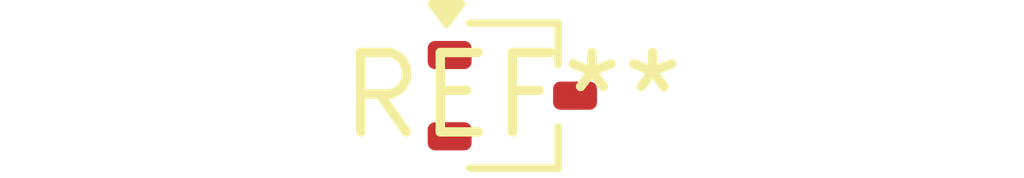
<source format=kicad_pcb>
(kicad_pcb (version 20240108) (generator pcbnew)
  (layers (0 "F.Cu" signal) (31 "B.Cu" signal) (34 "B.Paste" user) (35 "F.Paste" user) (36 "B.SilkS" user "B.Silkscreen") (37 "F.SilkS" user "F.Silkscreen") (38 "B.Mask" user) (39 "F.Mask" user) (44 "Edge.Cuts" user))
  (net 0 "")
  (footprint "SOT-323_SC-70" (layer "F.Cu") (at 0 0)
    (property "Reference" "REF**")
    (property "Value" "SOT-323_SC-70")
    (fp_line (start -0.68 -1.16) (end 0.73 -1.16) (layer "F.SilkS") (stroke (width 0.12)))
    (fp_line (start -0.68 1.16) (end 0.73 1.16) (layer "F.SilkS") (stroke (width 0.12)))
    (fp_line (start 0.73 -1.16) (end 0.73 -0.5) (layer "F.SilkS") (stroke (width 0.12)))
    (fp_line (start 0.73 0.5) (end 0.73 1.16) (layer "F.SilkS") (stroke (width 0.12)))
    (fp_poly (pts (xy -1.05 -1.14) (xy -1.29 -1.47) (xy -0.81 -1.47) (xy -1.05 -1.14)) (layer "F.SilkS") (stroke (width 0.12)) (fill solid))
    (pad "1" smd roundrect (at -1 -0.65 270) (size 0.45 0.7) (layers "F.Cu" "F.Paste" "F.Mask"))
    (pad "2" smd roundrect (at -1 0.65 270) (size 0.45 0.7) (layers "F.Cu" "F.Paste" "F.Mask"))
    (pad "3" smd roundrect (at 1 0 270) (size 0.45 0.7) (layers "F.Cu" "F.Paste" "F.Mask"))
  )
)
</source>
